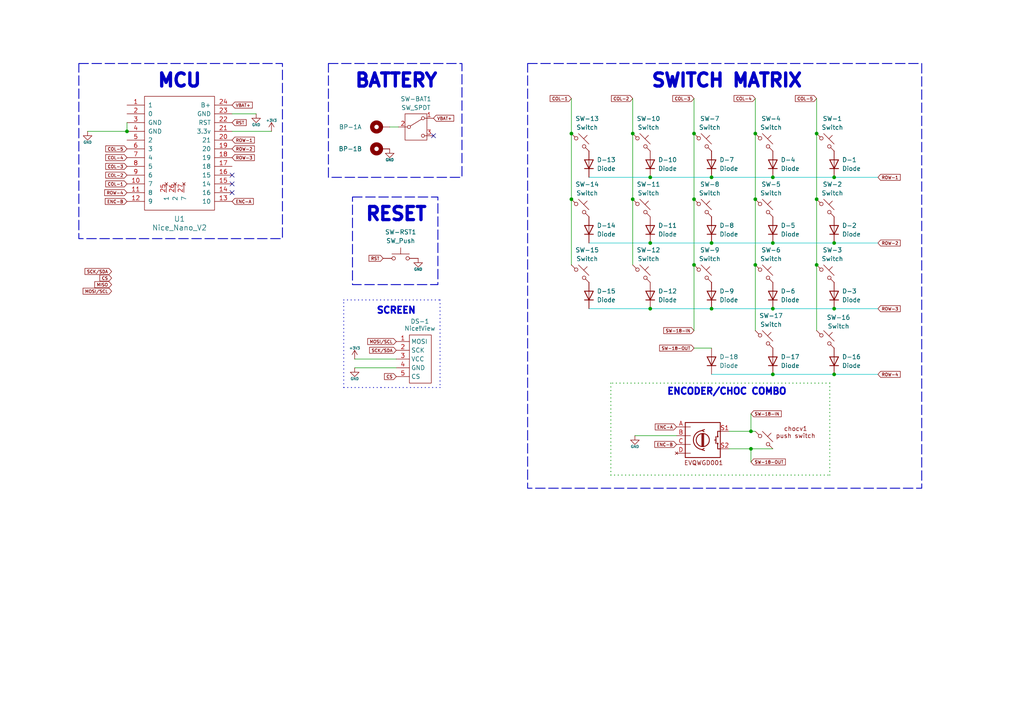
<source format=kicad_sch>
(kicad_sch (version 20250114) (generator "eeschema") (generator_version "9.0")
  (paper "A4")
  (lib_symbols
    (symbol "2xBatteryPad_1" (pin_numbers (hide yes)) (pin_names (hide yes))
      (property "Reference" "PAD" (at 0 2.794 0))
      (symbol "2xBatteryPad_1_1_1"
        (circle (center 0 0) (radius 1.27) (stroke (width 1.27)))
        (pin input line (at 0 -3.81 90) (length 2.54) (name "1") (number "1"))
      )
      (symbol "2xBatteryPad_1_2_1"
        (circle (center 0 0) (radius 1.27) (stroke (width 1.27)))
        (pin input line (at 0 -3.81 90) (length 2.54) (name "2") (number "2"))
      )
    )
    (symbol "CombinedChocEncoder_1" (pin_names (hide yes))
      (property "Reference" "CombChocEncoder" (at 0 6.604 0))
      (symbol "CombinedChocEncoder_1_1_1"
        (rectangle (start -5.08 5.08) (end 5.08 -5.08) (stroke (width 0.254)))
        (polyline (pts (xy -5.08 3.81) (xy -3.556 3.81)))
        (polyline (pts (xy -5.08 1.27) (xy -3.556 1.27)))
        (polyline (pts (xy -5.08 -1.27) (xy -3.556 -1.27)))
        (polyline (pts (xy -5.08 -3.81) (xy -3.556 -3.81)))
        (polyline (pts (xy -0.254 -1.778) (xy -0.254 1.778)) (stroke (width 0.254)))
        (arc (start -0.0127 -2.7305) (mid -2.7305 0) (end -0.0127 2.7305) (stroke (width 0.254)))
        (circle (center 0 0) (radius 1.905) (stroke (width 0.254)))
        (polyline (pts (xy 0 -1.778) (xy 0 1.778)) (stroke (width 0.254)))
        (polyline (pts (xy 0.254 1.778) (xy 0.254 -1.778)) (stroke (width 0.254)))
        (polyline (pts (xy 0.508 3.048) (xy -0.254 2.794) (xy 0.381 2.413)) (stroke (width 0.254)))
        (polyline (pts (xy 0.508 -3.048) (xy -0.254 -2.794) (xy 0.381 -2.413)) (stroke (width 0.254)))
        (polyline (pts (xy 3.81 1.016) (xy 3.81 -1.016)) (stroke (width 0.254)))
        (polyline (pts (xy 3.81 0) (xy 3.429 0)) (stroke (width 0.254)))
        (circle (center 4.318 1.016) (radius 0.127) (stroke (width 0.254)))
        (circle (center 4.318 -1.016) (radius 0.127) (stroke (width 0.254)))
        (polyline (pts (xy 5.08 2.54) (xy 4.318 2.54) (xy 4.318 1.016)) (stroke (width 0.254)))
        (polyline (pts (xy 5.08 -2.54) (xy 4.318 -2.54) (xy 4.318 -1.016)) (stroke (width 0.254)))
        (text "EVQWGD001" (at 0.254 -6.604 0) (effects (font (size 1.27 1.27))))
        (pin passive line (at -7.62 3.81 0) (length 2.54) (name "A") (number "A"))
        (pin passive line (at -7.62 1.27 0) (length 2.54) (name "B") (number "B"))
        (pin power_in line (at -7.62 -1.27 0) (length 2.54) (name "C") (number "C"))
        (pin no_connect line (at -7.62 -3.81 0) (length 2.54) (name "D") (number "D"))
        (pin passive line (at 7.62 2.54 180) (length 2.54) (name "S1") (number "S1"))
        (pin passive line (at 7.62 -2.54 180) (length 2.54) (name "S2") (number "S2"))
      )
      (symbol "CombinedChocEncoder_1_2_1"
        (polyline (pts (xy -2.54 2.54) (xy -1.524 1.524) (xy -1.524 1.524)))
        (circle (center -1.1684 1.1684) (radius 0.508))
        (polyline (pts (xy -0.508 2.54) (xy 2.54 -0.508)))
        (polyline (pts (xy 1.016 1.016) (xy 2.032 2.032)))
        (circle (center 1.143 -1.1938) (radius 0.508))
        (polyline (pts (xy 1.524 -1.524) (xy 2.54 -2.54) (xy 2.54 -2.54) (xy 2.54 -2.54)))
        (text "chocv1 push switch" (at 0 -6.096 0) (effects (font (size 1.27 1.27))))
        (pin passive line (at -2.54 2.54 0) (length 0) (name "1") (number "1"))
        (pin passive line (at 2.54 -2.54 180) (length 0) (name "2") (number "2"))
      )
    )
    (symbol "lib-anura:Diode_SOD123" (pin_numbers (hide yes)) (pin_names (hide yes))
      (property "Reference" "D" (at 0 2.54 0))
      (property "Value" "Diode" (at 0 -2.54 0))
      (symbol "Diode_SOD123_0_1"
        (polyline (pts (xy -1.27 1.27) (xy -1.27 -1.27)) (stroke (width 0.254)))
        (polyline (pts (xy 1.27 1.27) (xy 1.27 -1.27) (xy -1.27 0) (xy 1.27 1.27)) (stroke (width 0.254)))
        (polyline (pts (xy 1.27 0) (xy -1.27 0)))
      )
      (symbol "Diode_SOD123_1_1"
        (pin passive line (at -3.81 0 0) (length 2.54) (name "K") (number "1"))
        (pin passive line (at 3.81 0 180) (length 2.54) (name "A") (number "2"))
      )
    )
    (symbol "lib-anura:MCU_Nice_Nano_V2" (pin_names (offset 1.016))
      (property "Reference" "U" (at 0 0 0))
      (property "Value" "Nice_Nano_V2" (at 0 -19.05 0))
      (symbol "MCU_Nice_Nano_V2_0_1"
        (rectangle (start -10.16 16.51) (end 10.16 -16.51))
      )
      (symbol "MCU_Nice_Nano_V2_1_1"
        (pin input line (at -15.24 13.97 0) (length 5.08) (name "1") (number "1"))
        (pin input line (at -15.24 11.43 0) (length 5.08) (name "0") (number "2"))
        (pin input line (at -15.24 8.89 0) (length 5.08) (name "GND") (number "3"))
        (pin input line (at -15.24 6.35 0) (length 5.08) (name "GND") (number "4"))
        (pin input line (at -15.24 3.81 0) (length 5.08) (name "2") (number "5"))
        (pin input line (at -15.24 1.27 0) (length 5.08) (name "3") (number "6"))
        (pin input line (at -15.24 -1.27 0) (length 5.08) (name "4") (number "7"))
        (pin input line (at -15.24 -3.81 0) (length 5.08) (name "5") (number "8"))
        (pin input line (at -15.24 -6.35 0) (length 5.08) (name "6") (number "9"))
        (pin input line (at -15.24 -8.89 0) (length 5.08) (name "7") (number "10"))
        (pin input line (at -15.24 -11.43 0) (length 5.08) (name "8") (number "11"))
        (pin input line (at -15.24 -13.97 0) (length 5.08) (name "9") (number "12"))
        (pin no_connect line (at -3.81 -8.89 270) (length 2.5) (name "1") (number "25"))
        (pin no_connect line (at -1.27 -8.89 270) (length 2.5) (name "2") (number "26"))
        (pin no_connect line (at 1.27 -8.89 270) (length 2.5) (name "7") (number "27"))
        (pin input line (at 15.24 13.97 180) (length 5.08) (name "B+") (number "24"))
        (pin input line (at 15.24 11.43 180) (length 5.08) (name "GND") (number "23"))
        (pin input line (at 15.24 8.89 180) (length 5.08) (name "RST") (number "22"))
        (pin input line (at 15.24 6.35 180) (length 5.08) (name "3.3v") (number "21"))
        (pin input line (at 15.24 3.81 180) (length 5.08) (name "21") (number "20"))
        (pin input line (at 15.24 1.27 180) (length 5.08) (name "20") (number "19"))
        (pin input line (at 15.24 -1.27 180) (length 5.08) (name "19") (number "18"))
        (pin input line (at 15.24 -3.81 180) (length 5.08) (name "18") (number "17"))
        (pin input line (at 15.24 -6.35 180) (length 5.08) (name "15") (number "16"))
        (pin input line (at 15.24 -8.89 180) (length 5.08) (name "14") (number "15"))
        (pin input line (at 15.24 -11.43 180) (length 5.08) (name "16") (number "14"))
        (pin input line (at 15.24 -13.97 180) (length 5.08) (name "10") (number "13"))
      )
    )
    (symbol "lib-anura:Nice!View"
      (property "Reference" "DS_{}" (at 0 9.652 0))
      (property "Value" "Nice!View" (at 0 8.128 0))
      (symbol "Nice!View_0_1"
        (rectangle (start -3.175 6.985) (end 3.175 -6.985))
      )
      (symbol "Nice!View_1_1"
        (pin input line (at -6.985 5.08 0) (length 3.81) (name "MOSI") (number "1"))
        (pin input line (at -6.985 2.54 0) (length 3.81) (name "SCK") (number "2"))
        (pin power_in line (at -6.985 0 0) (length 3.81) (name "VCC") (number "3"))
        (pin power_out line (at -6.985 -2.54 0) (length 3.81) (name "GND") (number "4"))
        (pin input line (at -6.985 -5.08 0) (length 3.81) (name "CS") (number "5"))
      )
    )
    (symbol "lib-anura:SW_Push" (pin_numbers (hide yes)) (pin_names (offset 1.016) (hide yes))
      (property "Reference" "SW" (at 1.27 2.54 0))
      (property "Value" "SW_Push" (at 0 -1.524 0))
      (symbol "SW_Push_0_1"
        (circle (center -2.032 0) (radius 0.508))
        (polyline (pts (xy 0 1.27) (xy 0 3.048)))
        (circle (center 2.032 0) (radius 0.508))
        (polyline (pts (xy 2.54 1.27) (xy -2.54 1.27)))
        (pin passive line (at -5.08 0 0) (length 2.54) (name "1") (number "1"))
        (pin passive line (at 5.08 0 180) (length 2.54) (name "2") (number "2"))
      )
    )
    (symbol "lib-anura:SW_Push_45_Deg" (pin_numbers (hide yes)) (pin_names (offset 1.016) (hide yes))
      (property "Reference" "S" (at 3.048 1.016 0))
      (property "Value" "Keyswitch" (at 0 -3.81 0))
      (symbol "SW_Push_45_Deg_0_1"
        (polyline (pts (xy -2.54 2.54) (xy -1.524 1.524) (xy -1.524 1.524)))
        (circle (center -1.1684 1.1684) (radius 0.508))
        (polyline (pts (xy -0.508 2.54) (xy 2.54 -0.508)))
        (polyline (pts (xy 1.016 1.016) (xy 2.032 2.032)))
        (circle (center 1.143 -1.1938) (radius 0.508))
        (polyline (pts (xy 1.524 -1.524) (xy 2.54 -2.54) (xy 2.54 -2.54) (xy 2.54 -2.54)))
        (pin passive line (at -2.54 2.54 0) (length 0) (name "1") (number "1"))
        (pin passive line (at 2.54 -2.54 180) (length 0) (name "2") (number "2"))
      )
    )
    (symbol "lib-anura:SW_SPDT" (pin_names (offset 0) (hide yes))
      (property "Reference" "SW" (at 0 5.08 0))
      (property "Value" "SW_SPDT" (at 0 -5.08 0))
      (symbol "SW_SPDT_0_1"
        (circle (center -2.032 0) (radius 0.4572))
        (polyline (pts (xy -1.651 0.254) (xy 1.651 2.286)))
        (circle (center 2.032 2.54) (radius 0.4572))
        (circle (center 2.032 -2.54) (radius 0.4572))
      )
      (symbol "SW_SPDT_1_1"
        (rectangle (start -3.175 3.81) (end 3.175 -3.81))
        (pin passive line (at -5.08 0 0) (length 2.54) (name "B") (number "2"))
        (pin passive line (at 5.08 2.54 180) (length 2.54) (name "A") (number "1"))
        (pin passive line (at 5.08 -2.54 180) (length 2.54) (name "C") (number "3"))
      )
    )
    (symbol "lib-chungus:2xBatteryPad" (pin_numbers (hide yes)) (pin_names (hide yes))
      (property "Reference" "PAD" (at 0 2.794 0))
      (symbol "2xBatteryPad_1_1"
        (circle (center 0 0) (radius 1.27) (stroke (width 1.27)))
        (pin input line (at 0 -3.81 90) (length 2.54) (name "1") (number "1"))
      )
      (symbol "2xBatteryPad_2_1"
        (circle (center 0 0) (radius 1.27) (stroke (width 1.27)))
        (pin input line (at 0 -3.81 90) (length 2.54) (name "2") (number "2"))
      )
    )
    (symbol "lib-chungus:CombinedChocEncoder" (pin_numbers (hide yes)) (pin_names (hide yes))
      (property "Reference" "CombChocEncoder" (at 0 6.604 0))
      (symbol "CombinedChocEncoder_1_1"
        (rectangle (start -5.08 5.08) (end 5.08 -5.08) (stroke (width 0.254)))
        (polyline (pts (xy -5.08 3.81) (xy -3.556 3.81)))
        (polyline (pts (xy -5.08 1.27) (xy -3.556 1.27)))
        (polyline (pts (xy -5.08 -1.27) (xy -3.556 -1.27)))
        (polyline (pts (xy -5.08 -3.81) (xy -3.556 -3.81)))
        (polyline (pts (xy -0.254 -1.778) (xy -0.254 1.778)) (stroke (width 0.254)))
        (arc (start -0.0127 -2.7305) (mid -2.7305 0) (end -0.0127 2.7305) (stroke (width 0.254)))
        (circle (center 0 0) (radius 1.905) (stroke (width 0.254)))
        (polyline (pts (xy 0 -1.778) (xy 0 1.778)) (stroke (width 0.254)))
        (polyline (pts (xy 0.254 1.778) (xy 0.254 -1.778)) (stroke (width 0.254)))
        (polyline (pts (xy 0.508 3.048) (xy -0.254 2.794) (xy 0.381 2.413)) (stroke (width 0.254)))
        (polyline (pts (xy 0.508 -3.048) (xy -0.254 -2.794) (xy 0.381 -2.413)) (stroke (width 0.254)))
        (polyline (pts (xy 3.81 1.016) (xy 3.81 -1.016)) (stroke (width 0.254)))
        (polyline (pts (xy 3.81 0) (xy 3.429 0)) (stroke (width 0.254)))
        (circle (center 4.318 1.016) (radius 0.127) (stroke (width 0.254)))
        (circle (center 4.318 -1.016) (radius 0.127) (stroke (width 0.254)))
        (polyline (pts (xy 5.08 2.54) (xy 4.318 2.54) (xy 4.318 1.016)) (stroke (width 0.254)))
        (polyline (pts (xy 5.08 -2.54) (xy 4.318 -2.54) (xy 4.318 -1.016)) (stroke (width 0.254)))
        (text "EVQWGD001" (at 0.254 -6.604 0) (effects (font (size 1.27 1.27))))
        (pin passive line (at -7.62 3.81 0) (length 2.54) (name "A") (number "A"))
        (pin passive line (at -7.62 1.27 0) (length 2.54) (name "B") (number "B"))
        (pin power_in line (at -7.62 -1.27 0) (length 2.54) (name "C") (number "C"))
        (pin no_connect line (at -7.62 -3.81 0) (length 2.54) (name "D") (number "D"))
        (pin passive line (at 7.62 2.54 180) (length 2.54) (name "S1") (number "S1"))
        (pin passive line (at 7.62 -2.54 180) (length 2.54) (name "S2") (number "S2"))
      )
      (symbol "CombinedChocEncoder_2_1"
        (polyline (pts (xy -2.54 2.54) (xy -1.524 1.524) (xy -1.524 1.524)))
        (circle (center -1.1684 1.1684) (radius 0.508))
        (polyline (pts (xy -0.508 2.54) (xy 2.54 -0.508)))
        (polyline (pts (xy 1.016 1.016) (xy 2.032 2.032)))
        (circle (center 1.143 -1.1938) (radius 0.508))
        (polyline (pts (xy 1.524 -1.524) (xy 2.54 -2.54) (xy 2.54 -2.54) (xy 2.54 -2.54)))
        (text "chocv1\npush switch" (at 9.144 2.286 0) (effects (font (size 1.27 1.27))))
        (pin passive line (at -2.54 2.54 0) (length 0) (name "1") (number "1"))
        (pin passive line (at 2.54 -2.54 180) (length 0) (name "2") (number "2"))
      )
    )
    (symbol "power:GND" (power) (pin_numbers (hide yes)) (pin_names (offset 0) (hide yes))
      (property "Value" "GND" (at 0 -3.81 0))
      (symbol "GND_0_1"
        (polyline (pts (xy 0 0) (xy 0 -1.27) (xy 1.27 -1.27) (xy 0 -2.54) (xy -1.27 -1.27) (xy 0 -1.27)))
      )
      (symbol "GND_1_1"
        (pin power_in line (at 0 0 270) (length 0) (name "~") (number "1"))
      )
    )
    (symbol "power:VCC" (power) (pin_numbers (hide yes)) (pin_names (offset 0) (hide yes))
      (property "Value" "VCC" (at 0 3.556 0))
      (symbol "VCC_0_1"
        (polyline (pts (xy -0.762 1.27) (xy 0 2.54)))
        (polyline (pts (xy 0 2.54) (xy 0.762 1.27)))
        (polyline (pts (xy 0 0) (xy 0 2.54)))
      )
      (symbol "VCC_1_1"
        (pin power_in line (at 0 0 90) (length 0) (name "~") (number "1"))
      )
    )
  )
  (rectangle (start 102.235 57.15) (end 127 82.55) (stroke (width 0.254) (type dash)))
  (rectangle (start 22.86 18.415) (end 81.915 69.215) (stroke (width 0.254) (type dash)))
  (rectangle (start 95.25 18.415) (end 133.985 51.435) (stroke (width 0.254) (type dash)))
  (rectangle (start 153.035 18.415) (end 267.335 141.605) (stroke (width 0.254) (type dash)))
  (text "SCREEN" (at 114.935 90.17 0) (effects (font (size 1.905 1.905) (thickness 1.27) (bold yes))))
  (text "RESET" (at 114.935 62.23 0) (effects (font (size 3.81 3.81) (thickness 1.27) (bold yes))))
  (text "MCU" (at 52.07 23.495 0) (effects (font (size 3.81 3.81) (thickness 1.27) (bold yes))))
  (text "ENCODER/CHOC COMBO" (at 210.82 113.665 0) (effects (font (size 1.905 1.905) (thickness 1.27) (bold yes))))
  (text "BATTERY" (at 114.935 23.495 0) (effects (font (size 3.81 3.81) (thickness 1.27) (bold yes))))
  (text "SWITCH MATRIX" (at 210.82 23.495 0) (effects (font (size 3.81 3.81) (thickness 1.27) (bold yes))))
  (junction (at 219.075 38.735))
  (junction (at 236.855 76.835))
  (junction (at 241.935 70.485))
  (junction (at 224.155 89.535))
  (junction (at 241.935 89.535))
  (junction (at 241.935 108.585))
  (junction (at 219.075 57.785))
  (junction (at 183.515 57.785))
  (junction (at 165.735 38.735))
  (junction (at 36.83 38.1))
  (junction (at 188.595 51.435))
  (junction (at 188.595 89.535))
  (junction (at 217.805 125.095))
  (junction (at 217.805 130.175))
  (junction (at 165.735 57.785))
  (junction (at 224.155 51.435))
  (junction (at 224.155 70.485))
  (junction (at 206.375 51.435))
  (junction (at 236.855 38.735))
  (junction (at 219.075 76.835))
  (junction (at 188.595 70.485))
  (junction (at 206.375 70.485))
  (junction (at 206.375 89.535))
  (junction (at 241.935 51.435))
  (junction (at 201.295 57.785))
  (junction (at 236.855 57.785))
  (junction (at 201.295 76.835))
  (junction (at 183.515 38.735))
  (junction (at 224.155 108.585))
  (junction (at 201.295 38.735))
  (no_connect (at 67.31 55.88))
  (no_connect (at 67.31 53.34))
  (no_connect (at 67.31 50.8))
  (no_connect (at 125.73 39.37))
  (wire (pts (xy 201.295 38.735) (xy 201.295 57.785)))
  (wire (pts (xy 67.31 33.02) (xy 74.295 33.02)))
  (wire (pts (xy 241.935 70.485) (xy 254.635 70.485)) (stroke (width 0) (color 0 194 194 1)))
  (wire (pts (xy 188.595 70.485) (xy 206.375 70.485)) (stroke (width 0) (color 0 194 194 1)))
  (wire (pts (xy 188.595 51.435) (xy 206.375 51.435)) (stroke (width 0) (color 0 194 194 1)))
  (wire (pts (xy 177.165 137.795) (xy 240.665 137.795)) (stroke (width 0.254) (type dot)))
  (wire (pts (xy 102.87 106.68) (xy 114.935 106.68)))
  (wire (pts (xy 217.805 130.175) (xy 224.155 130.175)))
  (wire (pts (xy 219.075 38.735) (xy 219.075 57.785)))
  (wire (pts (xy 219.075 57.785) (xy 219.075 76.835)))
  (wire (pts (xy 25.4 38.1) (xy 36.83 38.1)))
  (wire (pts (xy 219.075 28.575) (xy 219.075 38.735)))
  (wire (pts (xy 188.595 89.535) (xy 170.815 89.535)) (stroke (width 0) (color 0 194 194 1)))
  (wire (pts (xy 67.31 38.1) (xy 78.74 38.1)))
  (wire (pts (xy 217.805 120.015) (xy 217.805 125.095)))
  (wire (pts (xy 224.155 89.535) (xy 241.935 89.535)) (stroke (width 0) (color 0 194 194 1)))
  (wire (pts (xy 219.075 76.835) (xy 219.075 95.885)))
  (polyline (pts (xy 127.635 112.395) (xy 110.49 112.395)) (stroke (width 0.254) (type dot)))
  (wire (pts (xy 36.83 35.56) (xy 36.83 38.1)))
  (wire (pts (xy 240.665 111.125) (xy 177.165 111.125)) (stroke (width 0.254) (type dot)))
  (wire (pts (xy 201.295 28.575) (xy 201.295 38.735)))
  (wire (pts (xy 165.735 57.785) (xy 165.735 76.835)))
  (wire (pts (xy 211.455 130.175) (xy 217.805 130.175)))
  (wire (pts (xy 170.815 51.435) (xy 188.595 51.435)) (stroke (width 0) (color 0 194 194 1)))
  (wire (pts (xy 201.295 76.835) (xy 201.295 95.885)))
  (wire (pts (xy 201.295 100.965) (xy 206.375 100.965)))
  (polyline (pts (xy 127.635 86.995) (xy 127.635 112.395)) (stroke (width 0.254) (type dot)))
  (wire (pts (xy 217.805 125.095) (xy 219.075 125.095)))
  (wire (pts (xy 236.855 28.575) (xy 236.855 38.735)))
  (wire (pts (xy 241.935 89.535) (xy 254.635 89.535)) (stroke (width 0) (color 0 194 194 1)))
  (wire (pts (xy 113.03 36.83) (xy 115.57 36.83)))
  (wire (pts (xy 236.855 38.735) (xy 236.855 57.785)))
  (polyline (pts (xy 99.695 112.395) (xy 99.695 86.995)) (stroke (width 0.254) (type dot)))
  (wire (pts (xy 184.15 126.365) (xy 196.215 126.365)))
  (wire (pts (xy 236.855 76.835) (xy 236.855 95.885)))
  (wire (pts (xy 183.515 57.785) (xy 183.515 76.835)))
  (wire (pts (xy 236.855 57.785) (xy 236.855 76.835)))
  (polyline (pts (xy 115.57 86.995) (xy 127.635 86.995)) (stroke (width 0.254) (type dot)))
  (wire (pts (xy 183.515 28.575) (xy 183.515 38.735)))
  (wire (pts (xy 165.735 38.735) (xy 165.735 57.785)))
  (wire (pts (xy 240.665 137.795) (xy 240.665 111.125)) (stroke (width 0.254) (type dot)))
  (wire (pts (xy 165.735 28.575) (xy 165.735 38.735)))
  (wire (pts (xy 102.87 104.14) (xy 114.935 104.14)))
  (wire (pts (xy 211.455 125.095) (xy 217.805 125.095)))
  (wire (pts (xy 170.815 70.485) (xy 188.595 70.485)) (stroke (width 0) (color 0 194 194 1)))
  (polyline (pts (xy 110.49 112.395) (xy 99.695 112.395)) (stroke (width 0.254) (type dot)))
  (wire (pts (xy 188.595 89.535) (xy 206.375 89.535)) (stroke (width 0) (color 0 194 194 1)))
  (wire (pts (xy 206.375 70.485) (xy 224.155 70.485)) (stroke (width 0) (color 0 194 194 1)))
  (wire (pts (xy 217.805 130.175) (xy 217.805 133.985)))
  (wire (pts (xy 224.155 70.485) (xy 241.935 70.485)) (stroke (width 0) (color 0 194 194 1)))
  (wire (pts (xy 201.295 57.785) (xy 201.295 76.835)))
  (wire (pts (xy 183.515 38.735) (xy 183.515 57.785)))
  (wire (pts (xy 241.935 51.435) (xy 254.635 51.435)) (stroke (width 0) (color 0 194 194 1)))
  (polyline (pts (xy 99.695 86.995) (xy 115.57 86.995)) (stroke (width 0.254) (type dot)))
  (wire (pts (xy 241.935 108.585) (xy 254.635 108.585)) (stroke (width 0) (color 0 194 194 1)))
  (wire (pts (xy 177.165 111.125) (xy 177.165 137.795)) (stroke (width 0.254) (type dot)))
  (wire (pts (xy 206.375 108.585) (xy 224.155 108.585)) (stroke (width 0) (color 0 194 194 1)))
  (wire (pts (xy 224.155 51.435) (xy 241.935 51.435)) (stroke (width 0) (color 0 194 194 1)))
  (wire (pts (xy 224.155 108.585) (xy 241.935 108.585)) (stroke (width 0) (color 0 194 194 1)))
  (wire (pts (xy 206.375 89.535) (xy 224.155 89.535)) (stroke (width 0) (color 0 194 194 1)))
  (wire (pts (xy 206.375 51.435) (xy 224.155 51.435)) (stroke (width 0) (color 0 194 194 1)))
  (global_label "COL-2" (shape input) (at 36.83 50.8 180) (effects (font (size 0.889 0.889))) (property "Intersheetrefs" "${INTERSHEET_REFS}" (effects (hide yes))))
  (global_label "ROW-4" (shape input) (at 254.635 108.585 0) (effects (font (size 0.889 0.889))) (property "Intersheetrefs" "${INTERSHEET_REFS}" (effects (hide yes))))
  (global_label "CS" (shape input) (at 114.935 109.22 180) (effects (font (size 0.889 0.889))) (property "Intersheetrefs" "${INTERSHEET_REFS}" (effects (hide yes))))
  (global_label "MOSI{slash}SCL" (shape input) (at 114.935 99.06 180) (effects (font (size 0.889 0.889))) (property "Intersheetrefs" "${INTERSHEET_REFS}" (effects (hide yes))))
  (global_label "ENC-B" (shape input) (at 196.215 128.905 180) (effects (font (size 0.889 0.889))) (property "Intersheetrefs" "${INTERSHEET_REFS}" (effects (hide yes))))
  (global_label "VBAT+" (shape input) (at 125.73 34.29 0) (effects (font (size 0.889 0.889))) (property "Intersheetrefs" "${INTERSHEET_REFS}" (effects (hide yes))))
  (global_label "ENC-B" (shape input) (at 36.83 58.42 180) (effects (font (size 0.889 0.889))) (property "Intersheetrefs" "${INTERSHEET_REFS}" (effects (hide yes))))
  (global_label "SW-18-IN" (shape input) (at 217.805 120.015 0) (effects (font (size 0.889 0.889))) (property "Intersheetrefs" "${INTERSHEET_REFS}" (effects (hide yes))))
  (global_label "COL-1" (shape input) (at 36.83 53.34 180) (effects (font (size 0.889 0.889))) (property "Intersheetrefs" "${INTERSHEET_REFS}" (effects (hide yes))))
  (global_label "SW-18-OUT" (shape input) (at 217.805 133.985 0) (effects (font (size 0.889 0.889))) (property "Intersheetrefs" "${INTERSHEET_REFS}" (effects (hide yes))))
  (global_label "SW-18-OUT" (shape input) (at 201.295 100.965 180) (effects (font (size 0.889 0.889))) (property "Intersheetrefs" "${INTERSHEET_REFS}" (effects (hide yes))))
  (global_label "MISO" (shape input) (at 32.385 82.55 180) (effects (font (size 0.889 0.889))) (property "Intersheetrefs" "${INTERSHEET_REFS}" (effects (hide yes))))
  (global_label "ENC-A" (shape input) (at 67.31 58.42 0) (effects (font (size 0.889 0.889))) (property "Intersheetrefs" "${INTERSHEET_REFS}" (effects (hide yes))))
  (global_label "ROW-3" (shape input) (at 67.31 45.72 0) (effects (font (size 0.889 0.889))) (property "Intersheetrefs" "${INTERSHEET_REFS}" (effects (hide yes))))
  (global_label "MOSI{slash}SCL" (shape input) (at 32.385 84.455 180) (effects (font (size 0.889 0.889))) (property "Intersheetrefs" "${INTERSHEET_REFS}" (effects (hide yes))))
  (global_label "COL-1" (shape input) (at 165.735 28.575 180) (effects (font (size 0.889 0.889))) (property "Intersheetrefs" "${INTERSHEET_REFS}" (effects (hide yes))))
  (global_label "COL-4" (shape input) (at 36.83 45.72 180) (effects (font (size 0.889 0.889))) (property "Intersheetrefs" "${INTERSHEET_REFS}" (effects (hide yes))))
  (global_label "COL-3" (shape input) (at 36.83 48.26 180) (effects (font (size 0.889 0.889))) (property "Intersheetrefs" "${INTERSHEET_REFS}" (effects (hide yes))))
  (global_label "RST" (shape input) (at 111.125 74.93 180) (effects (font (size 0.889 0.889))) (property "Intersheetrefs" "${INTERSHEET_REFS}" (effects (hide yes))))
  (global_label "COL-3" (shape input) (at 201.295 28.575 180) (effects (font (size 0.889 0.889))) (property "Intersheetrefs" "${INTERSHEET_REFS}" (effects (hide yes))))
  (global_label "ROW-2" (shape input) (at 254.635 70.485 0) (effects (font (size 0.889 0.889))) (property "Intersheetrefs" "${INTERSHEET_REFS}" (effects (hide yes))))
  (global_label "SCK{slash}SDA" (shape input) (at 32.385 78.74 180) (effects (font (size 0.889 0.889))) (property "Intersheetrefs" "${INTERSHEET_REFS}" (effects (hide yes))))
  (global_label "ROW-2" (shape input) (at 67.31 43.18 0) (effects (font (size 0.889 0.889))) (property "Intersheetrefs" "${INTERSHEET_REFS}" (effects (hide yes))))
  (global_label "CS" (shape input) (at 32.385 80.645 180) (effects (font (size 0.889 0.889))) (property "Intersheetrefs" "${INTERSHEET_REFS}" (effects (hide yes))))
  (global_label "COL-2" (shape input) (at 183.515 28.575 180) (effects (font (size 0.889 0.889))) (property "Intersheetrefs" "${INTERSHEET_REFS}" (effects (hide yes))))
  (global_label "ROW-1" (shape input) (at 254.635 51.435 0) (effects (font (size 0.889 0.889))) (property "Intersheetrefs" "${INTERSHEET_REFS}" (effects (hide yes))))
  (global_label "RST" (shape input) (at 67.31 35.56 0) (effects (font (size 0.889 0.889))) (property "Intersheetrefs" "${INTERSHEET_REFS}" (effects (hide yes))))
  (global_label "COL-5" (shape input) (at 236.855 28.575 180) (effects (font (size 0.889 0.889))) (property "Intersheetrefs" "${INTERSHEET_REFS}" (effects (hide yes))))
  (global_label "COL-5" (shape input) (at 36.83 43.18 180) (effects (font (size 0.889 0.889))) (property "Intersheetrefs" "${INTERSHEET_REFS}" (effects (hide yes))))
  (global_label "ROW-1" (shape input) (at 67.31 40.64 0) (effects (font (size 0.889 0.889))) (property "Intersheetrefs" "${INTERSHEET_REFS}" (effects (hide yes))))
  (global_label "SCK{slash}SDA" (shape input) (at 114.935 101.6 180) (effects (font (size 0.889 0.889))) (property "Intersheetrefs" "${INTERSHEET_REFS}" (effects (hide yes))))
  (global_label "SW-18-IN" (shape input) (at 201.295 95.885 180) (effects (font (size 0.889 0.889))) (property "Intersheetrefs" "${INTERSHEET_REFS}" (effects (hide yes))))
  (global_label "ROW-3" (shape input) (at 254.635 89.535 0) (effects (font (size 0.889 0.889))) (property "Intersheetrefs" "${INTERSHEET_REFS}" (effects (hide yes))))
  (global_label "ENC-A" (shape input) (at 196.215 123.825 180) (effects (font (size 0.889 0.889))) (property "Intersheetrefs" "${INTERSHEET_REFS}" (effects (hide yes))))
  (global_label "VBAT+" (shape input) (at 67.31 30.48 0) (effects (font (size 0.889 0.889))) (property "Intersheetrefs" "${INTERSHEET_REFS}" (effects (hide yes))))
  (global_label "COL-4" (shape input) (at 219.075 28.575 180) (effects (font (size 0.889 0.889))) (property "Intersheetrefs" "${INTERSHEET_REFS}" (effects (hide yes))))
  (global_label "ROW-4" (shape input) (at 36.83 55.88 180) (effects (font (size 0.889 0.889))) (property "Intersheetrefs" "${INTERSHEET_REFS}" (effects (hide yes))))
  (symbol (lib_id "lib-chungus:2xBatteryPad") (at 109.22 43.18 90) (unit 2)
    (property "Reference" "BP-1" (at 101.6 43.18 90))
    (property "Footprint" "anura:BatteryPad" (effects (hide yes)))
  )
  (symbol (lib_id "lib-anura:SW_Push_45_Deg") (at 168.275 60.325 0) (unit 1)
    (property "Reference" "SW-14" (at 170.307 53.467 0))
    (property "Value" "Switch" (at 170.307 56.007 0))
    (property "Footprint" "anura:Choc_Hotswap_Reversible" (effects (hide yes)))
    (property "Description" "Push button switch, normally open, two pins, 45° tilted" (effects (hide yes)))
  )
  (symbol (lib_id "power:GND") (at 113.03 43.18 0) (unit 1)
    (property "Reference" "#PWR01" (effects (hide yes)))
    (property "Value" "GND" (at 113.03 46.355 0) (effects (font (size 0.762 0.762))))
    (property "Description" "Power symbol creates a global label with name \"GND\" , ground" (effects (hide yes)))
  )
  (symbol (lib_id "lib-anura:SW_Push_45_Deg") (at 186.055 79.375 0) (unit 1)
    (property "Reference" "SW-12" (at 188.087 72.517 0))
    (property "Value" "Switch" (at 188.087 75.057 0))
    (property "Footprint" "anura:Choc_Hotswap_Reversible" (effects (hide yes)))
    (property "Description" "Push button switch, normally open, two pins, 45° tilted" (effects (hide yes)))
  )
  (symbol (lib_id "power:GND") (at 184.15 126.365 0) (unit 1)
    (property "Reference" "#PWR05" (effects (hide yes)))
    (property "Value" "GND" (at 184.15 129.54 0) (effects (font (size 0.762 0.762))))
    (property "Description" "Power symbol creates a global label with name \"GND\" , ground" (effects (hide yes)))
  )
  (symbol (lib_id "lib-anura:Diode_SOD123") (at 224.155 85.725 90) (unit 1)
    (property "Reference" "D-6" (at 226.441 84.455 90) (effects (justify right)))
    (property "Value" "Diode" (at 226.441 86.995 90) (effects (justify right)))
    (property "Footprint" "anura:SOD123 Reversible" (effects (hide yes)))
    (property "Description" "1N4148 (DO-35) or 1N4148W (SOD-123)" (effects (hide yes)))
    (property "Sim.Device" "D" (effects (hide yes)))
    (property "Sim.Pins" "1=K 2=A" (effects (hide yes)))
  )
  (symbol (lib_id "lib-anura:Diode_SOD123") (at 206.375 85.725 90) (unit 1)
    (property "Reference" "D-9" (at 208.661 84.455 90) (effects (justify right)))
    (property "Value" "Diode" (at 208.661 86.995 90) (effects (justify right)))
    (property "Footprint" "anura:SOD123 Reversible" (effects (hide yes)))
    (property "Description" "1N4148 (DO-35) or 1N4148W (SOD-123)" (effects (hide yes)))
    (property "Sim.Device" "D" (effects (hide yes)))
    (property "Sim.Pins" "1=K 2=A" (effects (hide yes)))
  )
  (symbol (lib_id "lib-anura:SW_Push_45_Deg") (at 239.395 79.375 0) (unit 1)
    (property "Reference" "SW-3" (at 241.427 72.517 0))
    (property "Value" "Switch" (at 241.427 75.057 0))
    (property "Footprint" "anura:Choc_Hotswap_Reversible" (effects (hide yes)))
    (property "Description" "Push button switch, normally open, two pins, 45° tilted" (effects (hide yes)))
  )
  (symbol (lib_id "lib-anura:SW_Push_45_Deg") (at 221.615 60.325 0) (unit 1)
    (property "Reference" "SW-5" (at 223.647 53.467 0))
    (property "Value" "Switch" (at 223.647 56.007 0))
    (property "Footprint" "anura:Choc_Hotswap_Reversible" (effects (hide yes)))
    (property "Description" "Push button switch, normally open, two pins, 45° tilted" (effects (hide yes)))
  )
  (symbol (lib_id "lib-anura:SW_Push_45_Deg") (at 203.835 79.375 0) (unit 1)
    (property "Reference" "SW-9" (at 205.867 72.517 0))
    (property "Value" "Switch" (at 205.867 75.057 0))
    (property "Footprint" "anura:Choc_Hotswap_Reversible" (effects (hide yes)))
    (property "Description" "Push button switch, normally open, two pins, 45° tilted" (effects (hide yes)))
  )
  (symbol (lib_id "lib-anura:SW_Push_45_Deg") (at 168.275 79.375 0) (unit 1)
    (property "Reference" "SW-15" (at 170.307 72.517 0))
    (property "Value" "Switch" (at 170.307 75.057 0))
    (property "Footprint" "anura:Choc_Hotswap_Reversible" (effects (hide yes)))
    (property "Description" "Push button switch, normally open, two pins, 45° tilted" (effects (hide yes)))
  )
  (symbol (lib_id "lib-anura:Diode_SOD123") (at 188.595 66.675 90) (unit 1)
    (property "Reference" "D-11" (at 190.881 65.405 90) (effects (justify right)))
    (property "Value" "Diode" (at 190.881 67.945 90) (effects (justify right)))
    (property "Footprint" "anura:SOD123 Reversible" (effects (hide yes)))
    (property "Description" "1N4148 (DO-35) or 1N4148W (SOD-123)" (effects (hide yes)))
    (property "Sim.Device" "D" (effects (hide yes)))
    (property "Sim.Pins" "1=K 2=A" (effects (hide yes)))
  )
  (symbol (lib_id "power:GND") (at 25.4 38.1 0) (unit 1)
    (property "Reference" "#PWR010" (effects (hide yes)))
    (property "Value" "GND" (at 25.4 41.275 0) (effects (font (size 0.762 0.762))))
    (property "Description" "Power symbol creates a global label with name \"GND\" , ground" (effects (hide yes)))
  )
  (symbol (lib_id "lib-anura:Diode_SOD123") (at 224.155 104.775 90) (unit 1)
    (property "Reference" "D-17" (at 226.441 103.505 90) (effects (justify right)))
    (property "Value" "Diode" (at 226.441 106.045 90) (effects (justify right)))
    (property "Footprint" "anura:SOD123 Reversible" (effects (hide yes)))
    (property "Description" "1N4148 (DO-35) or 1N4148W (SOD-123)" (effects (hide yes)))
    (property "Sim.Device" "D" (effects (hide yes)))
    (property "Sim.Pins" "1=K 2=A" (effects (hide yes)))
  )
  (symbol (lib_id "lib-anura:Diode_SOD123") (at 241.935 85.725 90) (unit 1)
    (property "Reference" "D-3" (at 244.221 84.455 90) (effects (justify right)))
    (property "Value" "Diode" (at 244.221 86.995 90) (effects (justify right)))
    (property "Footprint" "anura:SOD123 Reversible" (effects (hide yes)))
    (property "Description" "1N4148 (DO-35) or 1N4148W (SOD-123)" (effects (hide yes)))
    (property "Sim.Device" "D" (effects (hide yes)))
    (property "Sim.Pins" "1=K 2=A" (effects (hide yes)))
  )
  (symbol (lib_id "power:GND") (at 102.87 106.68 0) (unit 1)
    (property "Reference" "#PWR07" (effects (hide yes)))
    (property "Value" "GND" (at 102.87 109.855 0) (effects (font (size 0.762 0.762))))
    (property "Description" "Power symbol creates a global label with name \"GND\" , ground" (effects (hide yes)))
  )
  (symbol (lib_id "lib-anura:MCU_Nice_Nano_V2") (at 52.07 44.45 0) (unit 1)
    (property "Reference" "U1" (at 52.07 63.5 0) (effects (font (size 1.524 1.524))))
    (property "Value" "Nice_Nano_V2" (at 52.07 66.04 0) (effects (font (size 1.524 1.524))))
    (property "Footprint" "anura:nice!nano_facedown" (effects (hide yes)))
  )
  (symbol (lib_id "lib-anura:Diode_SOD123") (at 241.935 66.675 90) (unit 1)
    (property "Reference" "D-2" (at 244.221 65.405 90) (effects (justify right)))
    (property "Value" "Diode" (at 244.221 67.945 90) (effects (justify right)))
    (property "Footprint" "anura:SOD123 Reversible" (effects (hide yes)))
    (property "Description" "1N4148 (DO-35) or 1N4148W (SOD-123)" (effects (hide yes)))
    (property "Sim.Device" "D" (effects (hide yes)))
    (property "Sim.Pins" "1=K 2=A" (effects (hide yes)))
  )
  (symbol (lib_id "lib-anura:Diode_SOD123") (at 188.595 47.625 90) (unit 1)
    (property "Reference" "D-10" (at 190.881 46.355 90) (effects (justify right)))
    (property "Value" "Diode" (at 190.881 48.895 90) (effects (justify right)))
    (property "Footprint" "anura:SOD123 Reversible" (effects (hide yes)))
    (property "Description" "1N4148 (DO-35) or 1N4148W (SOD-123)" (effects (hide yes)))
    (property "Sim.Device" "D" (effects (hide yes)))
    (property "Sim.Pins" "1=K 2=A" (effects (hide yes)))
  )
  (symbol (lib_id "lib-chungus:CombinedChocEncoder") (at 221.615 127.635 0) (unit 2)
    (property "Reference" "CombChocEncoder1" (effects (hide yes)))
    (property "Footprint" "anura:hotswap_chocv1_combined_EVQWGD001" (effects (hide yes)))
    (property "Description" "2 Part Symbol for shared footprint Choc, Scroll Encoder" (effects (hide yes)))
  )
  (symbol (lib_id "power:VCC") (at 78.74 38.1 0) (unit 1)
    (property "Reference" "#PWR03" (effects (hide yes)))
    (property "Value" "+3V3" (at 78.74 34.925 0) (effects (font (size 0.762 0.762))))
    (property "Description" "Power symbol creates a global label with name \"VCC\"" (effects (hide yes)))
  )
  (symbol (lib_id "lib-anura:SW_Push") (at 116.205 74.93 0) (unit 1)
    (property "Reference" "SW-RST1" (at 116.205 67.31 0))
    (property "Value" "SW_Push" (at 116.205 69.85 0))
    (property "Footprint" "anura:SW_PUSH_SPST" (effects (hide yes)))
    (property "Description" "Push button switch, generic, two pins" (effects (hide yes)))
  )
  (symbol (lib_id "lib-anura:Diode_SOD123") (at 206.375 47.625 90) (unit 1)
    (property "Reference" "D-7" (at 208.661 46.355 90) (effects (justify right)))
    (property "Value" "Diode" (at 208.661 48.895 90) (effects (justify right)))
    (property "Footprint" "anura:SOD123 Reversible" (effects (hide yes)))
    (property "Description" "1N4148 (DO-35) or 1N4148W (SOD-123)" (effects (hide yes)))
    (property "Sim.Device" "D" (effects (hide yes)))
    (property "Sim.Pins" "1=K 2=A" (effects (hide yes)))
  )
  (symbol (lib_name "2xBatteryPad_1") (lib_id "lib-chungus:2xBatteryPad") (at 109.22 36.83 90) (unit 1)
    (property "Reference" "BP-1" (at 101.6 36.83 90))
    (property "Footprint" "anura:BatteryPad" (effects (hide yes)))
  )
  (symbol (lib_id "lib-anura:SW_Push_45_Deg") (at 239.395 98.425 0) (unit 1)
    (property "Reference" "SW-16" (at 243.205 92.075 0))
    (property "Value" "Switch" (at 243.205 94.615 0))
    (property "Footprint" "anura:Choc_Hotswap_Reversible" (effects (hide yes)))
    (property "Description" "Push button switch, normally open, two pins, 45° tilted" (effects (hide yes)))
  )
  (symbol (lib_id "lib-anura:Diode_SOD123") (at 224.155 47.625 90) (unit 1)
    (property "Reference" "D-4" (at 226.441 46.355 90) (effects (justify right)))
    (property "Value" "Diode" (at 226.441 48.895 90) (effects (justify right)))
    (property "Footprint" "anura:SOD123 Reversible" (effects (hide yes)))
    (property "Description" "1N4148 (DO-35) or 1N4148W (SOD-123)" (effects (hide yes)))
    (property "Sim.Device" "D" (effects (hide yes)))
    (property "Sim.Pins" "1=K 2=A" (effects (hide yes)))
  )
  (symbol (lib_id "lib-anura:SW_Push_45_Deg") (at 221.615 98.425 0) (unit 1)
    (property "Reference" "SW-17" (at 223.647 91.567 0))
    (property "Value" "Switch" (at 223.647 94.107 0))
    (property "Footprint" "anura:Choc_Hotswap_Reversible" (effects (hide yes)))
    (property "Description" "Push button switch, normally open, two pins, 45° tilted" (effects (hide yes)))
  )
  (symbol (lib_id "lib-anura:Diode_SOD123") (at 170.815 47.625 90) (unit 1)
    (property "Reference" "D-13" (at 173.101 46.355 90) (effects (justify right)))
    (property "Value" "Diode" (at 173.101 48.895 90) (effects (justify right)))
    (property "Footprint" "anura:SOD123 Reversible" (effects (hide yes)))
    (property "Description" "1N4148 (DO-35) or 1N4148W (SOD-123)" (effects (hide yes)))
    (property "Sim.Device" "D" (effects (hide yes)))
    (property "Sim.Pins" "1=K 2=A" (effects (hide yes)))
  )
  (symbol (lib_id "lib-anura:Diode_SOD123") (at 224.155 66.675 90) (unit 1)
    (property "Reference" "D-5" (at 226.441 65.405 90) (effects (justify right)))
    (property "Value" "Diode" (at 226.441 67.945 90) (effects (justify right)))
    (property "Footprint" "anura:SOD123 Reversible" (effects (hide yes)))
    (property "Description" "1N4148 (DO-35) or 1N4148W (SOD-123)" (effects (hide yes)))
    (property "Sim.Device" "D" (effects (hide yes)))
    (property "Sim.Pins" "1=K 2=A" (effects (hide yes)))
  )
  (symbol (lib_id "lib-anura:Nice!View") (at 121.92 104.14 0) (unit 1)
    (property "Reference" "DS-1" (at 121.793 93.218 0))
    (property "Value" "Nice!View" (at 121.793 95.25 0))
    (property "Footprint" "anura:nice!view_rev2" (effects (hide yes)))
  )
  (symbol (lib_id "lib-anura:Diode_SOD123") (at 241.935 104.775 90) (unit 1)
    (property "Reference" "D-16" (at 244.221 103.505 90) (effects (justify right)))
    (property "Value" "Diode" (at 244.221 106.045 90) (effects (justify right)))
    (property "Footprint" "anura:SOD123 Reversible" (effects (hide yes)))
    (property "Description" "1N4148 (DO-35) or 1N4148W (SOD-123)" (effects (hide yes)))
    (property "Sim.Device" "D" (effects (hide yes)))
    (property "Sim.Pins" "1=K 2=A" (effects (hide yes)))
  )
  (symbol (lib_id "lib-anura:SW_Push_45_Deg") (at 186.055 60.325 0) (unit 1)
    (property "Reference" "SW-11" (at 188.087 53.467 0))
    (property "Value" "Switch" (at 188.087 56.007 0))
    (property "Footprint" "anura:Choc_Hotswap_Reversible" (effects (hide yes)))
    (property "Description" "Push button switch, normally open, two pins, 45° tilted" (effects (hide yes)))
  )
  (symbol (lib_id "lib-anura:SW_Push_45_Deg") (at 239.395 60.325 0) (unit 1)
    (property "Reference" "SW-2" (at 241.427 53.467 0))
    (property "Value" "Switch" (at 241.427 56.007 0))
    (property "Footprint" "anura:Choc_Hotswap_Reversible" (effects (hide yes)))
    (property "Description" "Push button switch, normally open, two pins, 45° tilted" (effects (hide yes)))
  )
  (symbol (lib_id "lib-anura:Diode_SOD123") (at 206.375 104.775 90) (unit 1)
    (property "Reference" "D-18" (at 208.661 103.505 90) (effects (justify right)))
    (property "Value" "Diode" (at 208.661 106.045 90) (effects (justify right)))
    (property "Footprint" "anura:SOD123 Reversible" (effects (hide yes)))
    (property "Description" "1N4148 (DO-35) or 1N4148W (SOD-123)" (effects (hide yes)))
    (property "Sim.Device" "D" (effects (hide yes)))
    (property "Sim.Pins" "1=K 2=A" (effects (hide yes)))
  )
  (symbol (lib_id "lib-anura:SW_Push_45_Deg") (at 186.055 41.275 0) (unit 1)
    (property "Reference" "SW-10" (at 188.087 34.417 0))
    (property "Value" "Switch" (at 188.087 36.957 0))
    (property "Footprint" "anura:Choc_Hotswap_Reversible" (effects (hide yes)))
    (property "Description" "Push button switch, normally open, two pins, 45° tilted" (effects (hide yes)))
  )
  (symbol (lib_id "lib-anura:SW_Push_45_Deg") (at 203.835 60.325 0) (unit 1)
    (property "Reference" "SW-8" (at 205.867 53.467 0))
    (property "Value" "Switch" (at 205.867 56.007 0))
    (property "Footprint" "anura:Choc_Hotswap_Reversible" (effects (hide yes)))
    (property "Description" "Push button switch, normally open, two pins, 45° tilted" (effects (hide yes)))
  )
  (symbol (lib_id "lib-anura:Diode_SOD123") (at 241.935 47.625 90) (unit 1)
    (property "Reference" "D-1" (at 244.221 46.355 90) (effects (justify right)))
    (property "Value" "Diode" (at 244.221 48.895 90) (effects (justify right)))
    (property "Footprint" "anura:SOD123 Reversible" (effects (hide yes)))
    (property "Description" "1N4148 (DO-35) or 1N4148W (SOD-123)" (effects (hide yes)))
    (property "Sim.Device" "D" (effects (hide yes)))
    (property "Sim.Pins" "1=K 2=A" (effects (hide yes)))
  )
  (symbol (lib_id "power:GND") (at 121.285 74.93 0) (unit 1)
    (property "Reference" "#PWR04" (effects (hide yes)))
    (property "Value" "GND" (at 121.285 78.105 0) (effects (font (size 0.762 0.762))))
    (property "Description" "Power symbol creates a global label with name \"GND\" , ground" (effects (hide yes)))
  )
  (symbol (lib_id "lib-anura:SW_Push_45_Deg") (at 203.835 41.275 0) (unit 1)
    (property "Reference" "SW-7" (at 205.867 34.417 0))
    (property "Value" "Switch" (at 205.867 36.957 0))
    (property "Footprint" "anura:Choc_Hotswap_Reversible" (effects (hide yes)))
    (property "Description" "Push button switch, normally open, two pins, 45° tilted" (effects (hide yes)))
  )
  (symbol (lib_id "lib-anura:SW_Push_45_Deg") (at 168.275 41.275 0) (unit 1)
    (property "Reference" "SW-13" (at 170.307 34.417 0))
    (property "Value" "Switch" (at 170.307 36.957 0))
    (property "Footprint" "anura:Choc_Hotswap_Reversible" (effects (hide yes)))
    (property "Description" "Push button switch, normally open, two pins, 45° tilted" (effects (hide yes)))
  )
  (symbol (lib_name "CombinedChocEncoder_1") (lib_id "lib-chungus:CombinedChocEncoder") (at 203.835 127.635 0) (unit 1)
    (property "Reference" "CombChocEncoder1" (effects (hide yes)))
    (property "Footprint" "anura:hotswap_chocv1_combined_EVQWGD001" (effects (hide yes)))
    (property "Description" "2 Part Symbol for shared footprint Choc, Scroll Encoder" (effects (hide yes)))
  )
  (symbol (lib_id "lib-anura:SW_Push_45_Deg") (at 239.395 41.275 0) (unit 1)
    (property "Reference" "SW-1" (at 241.427 34.417 0))
    (property "Value" "Switch" (at 241.427 36.957 0))
    (property "Footprint" "anura:Choc_Hotswap_Reversible" (effects (hide yes)))
    (property "Description" "Push button switch, normally open, two pins, 45° tilted" (effects (hide yes)))
  )
  (symbol (lib_id "lib-anura:SW_Push_45_Deg") (at 221.615 41.275 0) (unit 1)
    (property "Reference" "SW-4" (at 223.647 34.417 0))
    (property "Value" "Switch" (at 223.647 36.957 0))
    (property "Footprint" "anura:Choc_Hotswap_Reversible" (effects (hide yes)))
    (property "Description" "Push button switch, normally open, two pins, 45° tilted" (effects (hide yes)))
  )
  (symbol (lib_id "lib-anura:Diode_SOD123") (at 206.375 66.675 90) (unit 1)
    (property "Reference" "D-8" (at 208.661 65.405 90) (effects (justify right)))
    (property "Value" "Diode" (at 208.661 67.945 90) (effects (justify right)))
    (property "Footprint" "anura:SOD123 Reversible" (effects (hide yes)))
    (property "Description" "1N4148 (DO-35) or 1N4148W (SOD-123)" (effects (hide yes)))
    (property "Sim.Device" "D" (effects (hide yes)))
    (property "Sim.Pins" "1=K 2=A" (effects (hide yes)))
  )
  (symbol (lib_id "lib-anura:SW_Push_45_Deg") (at 221.615 79.375 0) (unit 1)
    (property "Reference" "SW-6" (at 223.647 72.517 0))
    (property "Value" "Switch" (at 223.647 75.057 0))
    (property "Footprint" "anura:Choc_Hotswap_Reversible" (effects (hide yes)))
    (property "Description" "Push button switch, normally open, two pins, 45° tilted" (effects (hide yes)))
  )
  (symbol (lib_id "lib-anura:Diode_SOD123") (at 188.595 85.725 90) (unit 1)
    (property "Reference" "D-12" (at 190.881 84.455 90) (effects (justify right)))
    (property "Value" "Diode" (at 190.881 86.995 90) (effects (justify right)))
    (property "Footprint" "anura:SOD123 Reversible" (effects (hide yes)))
    (property "Description" "1N4148 (DO-35) or 1N4148W (SOD-123)" (effects (hide yes)))
    (property "Sim.Device" "D" (effects (hide yes)))
    (property "Sim.Pins" "1=K 2=A" (effects (hide yes)))
  )
  (symbol (lib_id "lib-anura:SW_SPDT") (at 120.65 36.83 0) (unit 1)
    (property "Reference" "SW-BAT1" (at 120.65 28.702 0))
    (property "Value" "SW_SPDT" (at 120.65 31.242 0))
    (property "Footprint" "anura:SW-TH_MSK12C02" (effects (hide yes)))
    (property "Description" "Switch, single pole double throw" (effects (hide yes)))
  )
  (symbol (lib_id "lib-anura:Diode_SOD123") (at 170.815 85.725 90) (unit 1)
    (property "Reference" "D-15" (at 173.101 84.455 90) (effects (justify right)))
    (property "Value" "Diode" (at 173.101 86.995 90) (effects (justify right)))
    (property "Footprint" "anura:SOD123 Reversible" (effects (hide yes)))
    (property "Description" "1N4148 (DO-35) or 1N4148W (SOD-123)" (effects (hide yes)))
    (property "Sim.Device" "D" (effects (hide yes)))
    (property "Sim.Pins" "1=K 2=A" (effects (hide yes)))
  )
  (symbol (lib_id "power:GND") (at 74.295 33.02 0) (unit 1)
    (property "Reference" "#PWR02" (effects (hide yes)))
    (property "Value" "GND" (at 74.295 36.195 0) (effects (font (size 0.762 0.762))))
    (property "Description" "Power symbol creates a global label with name \"GND\" , ground" (effects (hide yes)))
  )
  (symbol (lib_id "power:VCC") (at 102.87 104.14 0) (unit 1)
    (property "Reference" "#PWR06" (effects (hide yes)))
    (property "Value" "+3V3" (at 102.87 100.965 0) (effects (font (size 0.762 0.762))))
    (property "Description" "Power symbol creates a global label with name \"VCC\"" (effects (hide yes)))
  )
  (symbol (lib_id "lib-anura:Diode_SOD123") (at 170.815 66.675 90) (unit 1)
    (property "Reference" "D-14" (at 173.101 65.405 90) (effects (justify right)))
    (property "Value" "Diode" (at 173.101 67.945 90) (effects (justify right)))
    (property "Footprint" "anura:SOD123 Reversible" (effects (hide yes)))
    (property "Description" "1N4148 (DO-35) or 1N4148W (SOD-123)" (effects (hide yes)))
    (property "Sim.Device" "D" (effects (hide yes)))
    (property "Sim.Pins" "1=K 2=A" (effects (hide yes)))
  )
)
</source>
